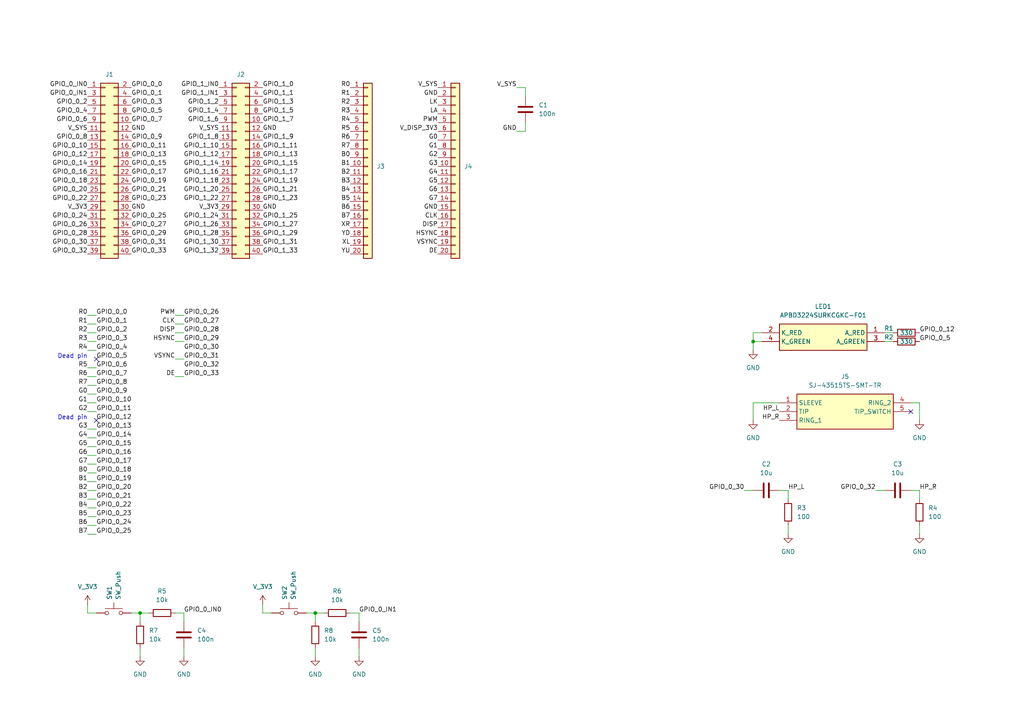
<source format=kicad_sch>
(kicad_sch (version 20231120) (generator "eeschema") (generator_version "8.0")
  (paper "A4")
  (title_block (title "FPGA display board") (date "2024-09-12"))
  (lib_symbols
    (symbol "APBD3224SURKCGKC-F01:APBD3224SURKCGKC-F01"
      (property "Reference" "LED" (at 31.75 7.62 0))
      (property "Value" "APBD3224SURKCGKC-F01" (at 31.75 5.08 0))
      (symbol "APBD3224SURKCGKC-F01_1_1"
        (rectangle (start 5.08 2.54) (end 30.48 -5.08) (stroke (width 0.254)) (fill (type background)))
        (pin passive line (at 35.56 0 180) (length 5.08) (name "A_RED") (number "1"))
        (pin passive line (at 0 0 0) (length 5.08) (name "K_RED") (number "2"))
        (pin passive line (at 35.56 -2.54 180) (length 5.08) (name "A_GREEN") (number "3"))
        (pin passive line (at 0 -2.54 0) (length 5.08) (name "K_GREEN") (number "4"))
      )
    )
    (symbol "Connector_Generic:Conn_01x20" (pin_names (offset 1.016) hide)
      (property "Reference" "J" (at 0 25.4 0))
      (property "Value" "Conn_01x20" (at 0 -27.94 0))
      (symbol "Conn_01x20_1_1"
        (rectangle (start -1.27 -25.273) (end 0 -25.527) (stroke (width 0.1524)))
        (rectangle (start -1.27 -22.733) (end 0 -22.987) (stroke (width 0.1524)))
        (rectangle (start -1.27 -20.193) (end 0 -20.447) (stroke (width 0.1524)))
        (rectangle (start -1.27 -17.653) (end 0 -17.907) (stroke (width 0.1524)))
        (rectangle (start -1.27 -15.113) (end 0 -15.367) (stroke (width 0.1524)))
        (rectangle (start -1.27 -12.573) (end 0 -12.827) (stroke (width 0.1524)))
        (rectangle (start -1.27 -10.033) (end 0 -10.287) (stroke (width 0.1524)))
        (rectangle (start -1.27 -7.493) (end 0 -7.747) (stroke (width 0.1524)))
        (rectangle (start -1.27 -4.953) (end 0 -5.207) (stroke (width 0.1524)))
        (rectangle (start -1.27 -2.413) (end 0 -2.667) (stroke (width 0.1524)))
        (rectangle (start -1.27 0.127) (end 0 -0.127) (stroke (width 0.1524)))
        (rectangle (start -1.27 2.667) (end 0 2.413) (stroke (width 0.1524)))
        (rectangle (start -1.27 5.207) (end 0 4.953) (stroke (width 0.1524)))
        (rectangle (start -1.27 7.747) (end 0 7.493) (stroke (width 0.1524)))
        (rectangle (start -1.27 10.287) (end 0 10.033) (stroke (width 0.1524)))
        (rectangle (start -1.27 12.827) (end 0 12.573) (stroke (width 0.1524)))
        (rectangle (start -1.27 15.367) (end 0 15.113) (stroke (width 0.1524)))
        (rectangle (start -1.27 17.907) (end 0 17.653) (stroke (width 0.1524)))
        (rectangle (start -1.27 20.447) (end 0 20.193) (stroke (width 0.1524)))
        (rectangle (start -1.27 22.987) (end 0 22.733) (stroke (width 0.1524)))
        (rectangle (start -1.27 24.13) (end 1.27 -26.67) (stroke (width 0.254)) (fill (type background)))
        (pin passive line (at -5.08 22.86 0) (length 3.81) (name "Pin_1") (number "1"))
        (pin passive line (at -5.08 0 0) (length 3.81) (name "Pin_10") (number "10"))
        (pin passive line (at -5.08 -2.54 0) (length 3.81) (name "Pin_11") (number "11"))
        (pin passive line (at -5.08 -5.08 0) (length 3.81) (name "Pin_12") (number "12"))
        (pin passive line (at -5.08 -7.62 0) (length 3.81) (name "Pin_13") (number "13"))
        (pin passive line (at -5.08 -10.16 0) (length 3.81) (name "Pin_14") (number "14"))
        (pin passive line (at -5.08 -12.7 0) (length 3.81) (name "Pin_15") (number "15"))
        (pin passive line (at -5.08 -15.24 0) (length 3.81) (name "Pin_16") (number "16"))
        (pin passive line (at -5.08 -17.78 0) (length 3.81) (name "Pin_17") (number "17"))
        (pin passive line (at -5.08 -20.32 0) (length 3.81) (name "Pin_18") (number "18"))
        (pin passive line (at -5.08 -22.86 0) (length 3.81) (name "Pin_19") (number "19"))
        (pin passive line (at -5.08 20.32 0) (length 3.81) (name "Pin_2") (number "2"))
        (pin passive line (at -5.08 -25.4 0) (length 3.81) (name "Pin_20") (number "20"))
        (pin passive line (at -5.08 17.78 0) (length 3.81) (name "Pin_3") (number "3"))
        (pin passive line (at -5.08 15.24 0) (length 3.81) (name "Pin_4") (number "4"))
        (pin passive line (at -5.08 12.7 0) (length 3.81) (name "Pin_5") (number "5"))
        (pin passive line (at -5.08 10.16 0) (length 3.81) (name "Pin_6") (number "6"))
        (pin passive line (at -5.08 7.62 0) (length 3.81) (name "Pin_7") (number "7"))
        (pin passive line (at -5.08 5.08 0) (length 3.81) (name "Pin_8") (number "8"))
        (pin passive line (at -5.08 2.54 0) (length 3.81) (name "Pin_9") (number "9"))
      )
    )
    (symbol "Connector_Generic:Conn_02x20_Odd_Even" (pin_names (offset 1.016) hide)
      (property "Reference" "J" (at 1.27 25.4 0))
      (property "Value" "Conn_02x20_Odd_Even" (at 1.27 -27.94 0))
      (symbol "Conn_02x20_Odd_Even_1_1"
        (rectangle (start -1.27 -25.273) (end 0 -25.527) (stroke (width 0.1524)))
        (rectangle (start -1.27 -22.733) (end 0 -22.987) (stroke (width 0.1524)))
        (rectangle (start -1.27 -20.193) (end 0 -20.447) (stroke (width 0.1524)))
        (rectangle (start -1.27 -17.653) (end 0 -17.907) (stroke (width 0.1524)))
        (rectangle (start -1.27 -15.113) (end 0 -15.367) (stroke (width 0.1524)))
        (rectangle (start -1.27 -12.573) (end 0 -12.827) (stroke (width 0.1524)))
        (rectangle (start -1.27 -10.033) (end 0 -10.287) (stroke (width 0.1524)))
        (rectangle (start -1.27 -7.493) (end 0 -7.747) (stroke (width 0.1524)))
        (rectangle (start -1.27 -4.953) (end 0 -5.207) (stroke (width 0.1524)))
        (rectangle (start -1.27 -2.413) (end 0 -2.667) (stroke (width 0.1524)))
        (rectangle (start -1.27 0.127) (end 0 -0.127) (stroke (width 0.1524)))
        (rectangle (start -1.27 2.667) (end 0 2.413) (stroke (width 0.1524)))
        (rectangle (start -1.27 5.207) (end 0 4.953) (stroke (width 0.1524)))
        (rectangle (start -1.27 7.747) (end 0 7.493) (stroke (width 0.1524)))
        (rectangle (start -1.27 10.287) (end 0 10.033) (stroke (width 0.1524)))
        (rectangle (start -1.27 12.827) (end 0 12.573) (stroke (width 0.1524)))
        (rectangle (start -1.27 15.367) (end 0 15.113) (stroke (width 0.1524)))
        (rectangle (start -1.27 17.907) (end 0 17.653) (stroke (width 0.1524)))
        (rectangle (start -1.27 20.447) (end 0 20.193) (stroke (width 0.1524)))
        (rectangle (start -1.27 22.987) (end 0 22.733) (stroke (width 0.1524)))
        (rectangle (start -1.27 24.13) (end 3.81 -26.67) (stroke (width 0.254)) (fill (type background)))
        (rectangle (start 3.81 -25.273) (end 2.54 -25.527) (stroke (width 0.1524)))
        (rectangle (start 3.81 -22.733) (end 2.54 -22.987) (stroke (width 0.1524)))
        (rectangle (start 3.81 -20.193) (end 2.54 -20.447) (stroke (width 0.1524)))
        (rectangle (start 3.81 -17.653) (end 2.54 -17.907) (stroke (width 0.1524)))
        (rectangle (start 3.81 -15.113) (end 2.54 -15.367) (stroke (width 0.1524)))
        (rectangle (start 3.81 -12.573) (end 2.54 -12.827) (stroke (width 0.1524)))
        (rectangle (start 3.81 -10.033) (end 2.54 -10.287) (stroke (width 0.1524)))
        (rectangle (start 3.81 -7.493) (end 2.54 -7.747) (stroke (width 0.1524)))
        (rectangle (start 3.81 -4.953) (end 2.54 -5.207) (stroke (width 0.1524)))
        (rectangle (start 3.81 -2.413) (end 2.54 -2.667) (stroke (width 0.1524)))
        (rectangle (start 3.81 0.127) (end 2.54 -0.127) (stroke (width 0.1524)))
        (rectangle (start 3.81 2.667) (end 2.54 2.413) (stroke (width 0.1524)))
        (rectangle (start 3.81 5.207) (end 2.54 4.953) (stroke (width 0.1524)))
        (rectangle (start 3.81 7.747) (end 2.54 7.493) (stroke (width 0.1524)))
        (rectangle (start 3.81 10.287) (end 2.54 10.033) (stroke (width 0.1524)))
        (rectangle (start 3.81 12.827) (end 2.54 12.573) (stroke (width 0.1524)))
        (rectangle (start 3.81 15.367) (end 2.54 15.113) (stroke (width 0.1524)))
        (rectangle (start 3.81 17.907) (end 2.54 17.653) (stroke (width 0.1524)))
        (rectangle (start 3.81 20.447) (end 2.54 20.193) (stroke (width 0.1524)))
        (rectangle (start 3.81 22.987) (end 2.54 22.733) (stroke (width 0.1524)))
        (pin passive line (at -5.08 22.86 0) (length 3.81) (name "Pin_1") (number "1"))
        (pin passive line (at 7.62 12.7 180) (length 3.81) (name "Pin_10") (number "10"))
        (pin passive line (at -5.08 10.16 0) (length 3.81) (name "Pin_11") (number "11"))
        (pin passive line (at 7.62 10.16 180) (length 3.81) (name "Pin_12") (number "12"))
        (pin passive line (at -5.08 7.62 0) (length 3.81) (name "Pin_13") (number "13"))
        (pin passive line (at 7.62 7.62 180) (length 3.81) (name "Pin_14") (number "14"))
        (pin passive line (at -5.08 5.08 0) (length 3.81) (name "Pin_15") (number "15"))
        (pin passive line (at 7.62 5.08 180) (length 3.81) (name "Pin_16") (number "16"))
        (pin passive line (at -5.08 2.54 0) (length 3.81) (name "Pin_17") (number "17"))
        (pin passive line (at 7.62 2.54 180) (length 3.81) (name "Pin_18") (number "18"))
        (pin passive line (at -5.08 0 0) (length 3.81) (name "Pin_19") (number "19"))
        (pin passive line (at 7.62 22.86 180) (length 3.81) (name "Pin_2") (number "2"))
        (pin passive line (at 7.62 0 180) (length 3.81) (name "Pin_20") (number "20"))
        (pin passive line (at -5.08 -2.54 0) (length 3.81) (name "Pin_21") (number "21"))
        (pin passive line (at 7.62 -2.54 180) (length 3.81) (name "Pin_22") (number "22"))
        (pin passive line (at -5.08 -5.08 0) (length 3.81) (name "Pin_23") (number "23"))
        (pin passive line (at 7.62 -5.08 180) (length 3.81) (name "Pin_24") (number "24"))
        (pin passive line (at -5.08 -7.62 0) (length 3.81) (name "Pin_25") (number "25"))
        (pin passive line (at 7.62 -7.62 180) (length 3.81) (name "Pin_26") (number "26"))
        (pin passive line (at -5.08 -10.16 0) (length 3.81) (name "Pin_27") (number "27"))
        (pin passive line (at 7.62 -10.16 180) (length 3.81) (name "Pin_28") (number "28"))
        (pin passive line (at -5.08 -12.7 0) (length 3.81) (name "Pin_29") (number "29"))
        (pin passive line (at -5.08 20.32 0) (length 3.81) (name "Pin_3") (number "3"))
        (pin passive line (at 7.62 -12.7 180) (length 3.81) (name "Pin_30") (number "30"))
        (pin passive line (at -5.08 -15.24 0) (length 3.81) (name "Pin_31") (number "31"))
        (pin passive line (at 7.62 -15.24 180) (length 3.81) (name "Pin_32") (number "32"))
        (pin passive line (at -5.08 -17.78 0) (length 3.81) (name "Pin_33") (number "33"))
        (pin passive line (at 7.62 -17.78 180) (length 3.81) (name "Pin_34") (number "34"))
        (pin passive line (at -5.08 -20.32 0) (length 3.81) (name "Pin_35") (number "35"))
        (pin passive line (at 7.62 -20.32 180) (length 3.81) (name "Pin_36") (number "36"))
        (pin passive line (at -5.08 -22.86 0) (length 3.81) (name "Pin_37") (number "37"))
        (pin passive line (at 7.62 -22.86 180) (length 3.81) (name "Pin_38") (number "38"))
        (pin passive line (at -5.08 -25.4 0) (length 3.81) (name "Pin_39") (number "39"))
        (pin passive line (at 7.62 20.32 180) (length 3.81) (name "Pin_4") (number "4"))
        (pin passive line (at 7.62 -25.4 180) (length 3.81) (name "Pin_40") (number "40"))
        (pin passive line (at -5.08 17.78 0) (length 3.81) (name "Pin_5") (number "5"))
        (pin passive line (at 7.62 17.78 180) (length 3.81) (name "Pin_6") (number "6"))
        (pin passive line (at -5.08 15.24 0) (length 3.81) (name "Pin_7") (number "7"))
        (pin passive line (at 7.62 15.24 180) (length 3.81) (name "Pin_8") (number "8"))
        (pin passive line (at -5.08 12.7 0) (length 3.81) (name "Pin_9") (number "9"))
      )
    )
    (symbol "Device:C" (pin_numbers hide) (pin_names (offset 0.254))
      (property "Reference" "C" (at 0.635 2.54 0))
      (property "Value" "C" (at 0.635 -2.54 0))
      (symbol "C_0_1"
        (polyline (pts (xy -2.032 -0.762) (xy 2.032 -0.762)) (stroke (width 0.508)))
        (polyline (pts (xy -2.032 0.762) (xy 2.032 0.762)) (stroke (width 0.508)))
      )
      (symbol "C_1_1"
        (pin passive line (at 0 3.81 270) (length 2.794) (name "~") (number "1"))
        (pin passive line (at 0 -3.81 90) (length 2.794) (name "~") (number "2"))
      )
    )
    (symbol "Device:R" (pin_numbers hide) (pin_names (offset 0))
      (property "Reference" "R" (at 2.032 0 90))
      (property "Value" "R" (at 0 0 90))
      (symbol "R_0_1"
        (rectangle (start -1.016 -2.54) (end 1.016 2.54) (stroke (width 0.254)))
      )
      (symbol "R_1_1"
        (pin passive line (at 0 3.81 270) (length 1.27) (name "~") (number "1"))
        (pin passive line (at 0 -3.81 90) (length 1.27) (name "~") (number "2"))
      )
    )
    (symbol "SJ-43515TS-SMT-TR:SJ-43515TS-SMT-TR"
      (property "Reference" "J" (at 34.29 7.62 0))
      (property "Value" "SJ-43515TS-SMT-TR" (at 34.29 5.08 0))
      (symbol "SJ-43515TS-SMT-TR_1_1"
        (rectangle (start 5.08 2.54) (end 33.02 -7.62) (stroke (width 0.254)) (fill (type background)))
        (pin passive line (at 0 0 0) (length 5.08) (name "SLEEVE") (number "1"))
        (pin passive line (at 0 -2.54 0) (length 5.08) (name "TIP") (number "2"))
        (pin passive line (at 0 -5.08 0) (length 5.08) (name "RING_1") (number "3"))
        (pin passive line (at 38.1 0 180) (length 5.08) (name "RING_2") (number "4"))
        (pin passive line (at 38.1 -2.54 180) (length 5.08) (name "TIP_SWITCH") (number "5"))
      )
    )
    (symbol "Switch:SW_Push" (pin_numbers hide) (pin_names (offset 1.016) hide)
      (property "Reference" "SW" (at 1.27 2.54 0))
      (property "Value" "SW_Push" (at 0 -1.524 0))
      (symbol "SW_Push_0_1"
        (circle (center -2.032 0) (radius 0.508))
        (polyline (pts (xy 0 1.27) (xy 0 3.048)))
        (polyline (pts (xy 2.54 1.27) (xy -2.54 1.27)))
        (circle (center 2.032 0) (radius 0.508))
        (pin passive line (at -5.08 0 0) (length 2.54) (name "1") (number "1"))
        (pin passive line (at 5.08 0 180) (length 2.54) (name "2") (number "2"))
      )
    )
    (symbol "power:+3V3" (power) (pin_numbers hide) (pin_names (offset 0) hide)
      (property "Value" "+3V3" (at 0 3.556 0))
      (symbol "+3V3_0_1"
        (polyline (pts (xy -0.762 1.27) (xy 0 2.54)))
        (polyline (pts (xy 0 0) (xy 0 2.54)))
        (polyline (pts (xy 0 2.54) (xy 0.762 1.27)))
      )
      (symbol "+3V3_1_1"
        (pin power_in line (at 0 0 90) (length 0) (name "~") (number "1"))
      )
    )
    (symbol "power:GND" (power) (pin_numbers hide) (pin_names (offset 0) hide)
      (property "Value" "GND" (at 0 -3.81 0))
      (symbol "GND_0_1"
        (polyline (pts (xy 0 0) (xy 0 -1.27) (xy 1.27 -1.27) (xy 0 -2.54) (xy -1.27 -1.27) (xy 0 -1.27)))
      )
      (symbol "GND_1_1"
        (pin power_in line (at 0 0 270) (length 0) (name "~") (number "1"))
      )
    )
  )
  (junction (at 218.44 99.06))
  (junction (at 40.64 177.8))
  (junction (at 91.44 177.8))
  (no_connect (at 27.94 104.14))
  (no_connect (at 264.16 119.38))
  (no_connect (at 27.94 121.92))
  (wire (pts (xy 152.4 35.56) (xy 152.4 38.1)))
  (wire (pts (xy 53.34 96.52) (xy 50.8 96.52)))
  (wire (pts (xy 27.94 106.68) (xy 25.4 106.68)))
  (wire (pts (xy 53.34 104.14) (xy 50.8 104.14)))
  (wire (pts (xy 27.94 91.44) (xy 25.4 91.44)))
  (wire (pts (xy 91.44 177.8) (xy 93.98 177.8)))
  (wire (pts (xy 27.94 101.6) (xy 25.4 101.6)))
  (wire (pts (xy 27.94 142.24) (xy 25.4 142.24)))
  (wire (pts (xy 27.94 119.38) (xy 25.4 119.38)))
  (wire (pts (xy 27.94 132.08) (xy 25.4 132.08)))
  (wire (pts (xy 88.9 177.8) (xy 91.44 177.8)))
  (wire (pts (xy 254 142.24) (xy 256.54 142.24)))
  (wire (pts (xy 27.94 109.22) (xy 25.4 109.22)))
  (wire (pts (xy 218.44 121.92) (xy 218.44 116.84)))
  (wire (pts (xy 152.4 38.1) (xy 149.86 38.1)))
  (wire (pts (xy 27.94 177.8) (xy 25.4 177.8)))
  (wire (pts (xy 266.7 116.84) (xy 266.7 121.92)))
  (wire (pts (xy 27.94 93.98) (xy 25.4 93.98)))
  (wire (pts (xy 264.16 116.84) (xy 266.7 116.84)))
  (wire (pts (xy 91.44 180.34) (xy 91.44 177.8)))
  (wire (pts (xy 264.16 142.24) (xy 266.7 142.24)))
  (wire (pts (xy 27.94 124.46) (xy 25.4 124.46)))
  (wire (pts (xy 27.94 129.54) (xy 25.4 129.54)))
  (wire (pts (xy 218.44 96.52) (xy 220.98 96.52)))
  (wire (pts (xy 27.94 137.16) (xy 25.4 137.16)))
  (wire (pts (xy 53.34 187.96) (xy 53.34 190.5)))
  (wire (pts (xy 266.7 142.24) (xy 266.7 144.78)))
  (wire (pts (xy 53.34 177.8) (xy 53.34 180.34)))
  (wire (pts (xy 27.94 111.76) (xy 25.4 111.76)))
  (wire (pts (xy 228.6 154.94) (xy 228.6 152.4)))
  (wire (pts (xy 27.94 114.3) (xy 25.4 114.3)))
  (wire (pts (xy 218.44 116.84) (xy 226.06 116.84)))
  (wire (pts (xy 27.94 139.7) (xy 25.4 139.7)))
  (wire (pts (xy 25.4 177.8) (xy 25.4 175.26)))
  (wire (pts (xy 226.06 142.24) (xy 228.6 142.24)))
  (wire (pts (xy 218.44 99.06) (xy 220.98 99.06)))
  (wire (pts (xy 53.34 93.98) (xy 50.8 93.98)))
  (wire (pts (xy 218.44 99.06) (xy 218.44 96.52)))
  (wire (pts (xy 218.44 101.6) (xy 218.44 99.06)))
  (wire (pts (xy 38.1 177.8) (xy 40.64 177.8)))
  (wire (pts (xy 101.6 177.8) (xy 104.14 177.8)))
  (wire (pts (xy 27.94 127) (xy 25.4 127)))
  (wire (pts (xy 27.94 147.32) (xy 25.4 147.32)))
  (wire (pts (xy 40.64 177.8) (xy 43.18 177.8)))
  (wire (pts (xy 104.14 177.8) (xy 104.14 180.34)))
  (wire (pts (xy 91.44 187.96) (xy 91.44 190.5)))
  (wire (pts (xy 27.94 154.94) (xy 25.4 154.94)))
  (wire (pts (xy 27.94 134.62) (xy 25.4 134.62)))
  (wire (pts (xy 256.54 96.52) (xy 259.08 96.52)))
  (wire (pts (xy 104.14 187.96) (xy 104.14 190.5)))
  (wire (pts (xy 40.64 180.34) (xy 40.64 177.8)))
  (wire (pts (xy 40.64 187.96) (xy 40.64 190.5)))
  (wire (pts (xy 27.94 144.78) (xy 25.4 144.78)))
  (wire (pts (xy 27.94 99.06) (xy 25.4 99.06)))
  (wire (pts (xy 53.34 109.22) (xy 50.8 109.22)))
  (wire (pts (xy 215.9 142.24) (xy 218.44 142.24)))
  (wire (pts (xy 78.74 177.8) (xy 76.2 177.8)))
  (wire (pts (xy 50.8 177.8) (xy 53.34 177.8)))
  (wire (pts (xy 27.94 116.84) (xy 25.4 116.84)))
  (wire (pts (xy 27.94 152.4) (xy 25.4 152.4)))
  (wire (pts (xy 228.6 142.24) (xy 228.6 144.78)))
  (wire (pts (xy 152.4 25.4) (xy 152.4 27.94)))
  (wire (pts (xy 76.2 177.8) (xy 76.2 175.26)))
  (wire (pts (xy 27.94 149.86) (xy 25.4 149.86)))
  (wire (pts (xy 266.7 154.94) (xy 266.7 152.4)))
  (wire (pts (xy 256.54 99.06) (xy 259.08 99.06)))
  (wire (pts (xy 27.94 96.52) (xy 25.4 96.52)))
  (wire (pts (xy 149.86 25.4) (xy 152.4 25.4)))
  (wire (pts (xy 53.34 91.44) (xy 50.8 91.44)))
  (wire (pts (xy 53.34 99.06) (xy 50.8 99.06)))
  (text "Dead pin" (at 25.4 104.14 0) (effects (font (size 1.27 1.27)) (justify right bottom)))
  (text "Dead pin" (at 25.4 121.92 0) (effects (font (size 1.27 1.27)) (justify right bottom)))
  (label "GPIO_1_12" (at 63.5 45.72 180))
  (label "GPIO_0_12" (at 266.7 96.52 0))
  (label "GND" (at 38.1 38.1 0))
  (label "DE" (at 127 73.66 180))
  (label "XL" (at 101.6 71.12 180))
  (label "XR" (at 101.6 66.04 180))
  (label "GPIO_0_26" (at 53.34 91.44 0))
  (label "GPIO_1_17" (at 76.2 50.8 0))
  (label "GPIO_0_25" (at 38.1 63.5 0))
  (label "GPIO_0_10" (at 25.4 43.18 180))
  (label "GND" (at 76.2 38.1 0))
  (label "V_3V3" (at 63.5 60.96 180))
  (label "DISP" (at 50.8 96.52 180))
  (label "GPIO_1_32" (at 63.5 73.66 180))
  (label "VSYNC" (at 50.8 104.14 180))
  (label "R6" (at 101.6 40.64 180))
  (label "DISP" (at 127 66.04 180))
  (label "GPIO_1_10" (at 63.5 43.18 180))
  (label "B1" (at 101.6 48.26 180))
  (label "GPIO_1_11" (at 76.2 43.18 0))
  (label "GPIO_1_26" (at 63.5 66.04 180))
  (label "R7" (at 25.4 111.76 180))
  (label "GPIO_1_22" (at 63.5 58.42 180))
  (label "R6" (at 25.4 109.22 180))
  (label "GPIO_0_6" (at 25.4 35.56 180))
  (label "GPIO_0_15" (at 27.94 129.54 0))
  (label "G3" (at 127 48.26 180))
  (label "G4" (at 25.4 127 180))
  (label "B6" (at 25.4 152.4 180))
  (label "GPIO_0_7" (at 27.94 109.22 0))
  (label "B5" (at 101.6 58.42 180))
  (label "GPIO_0_3" (at 38.1 30.48 0))
  (label "GPIO_0_13" (at 38.1 45.72 0))
  (label "G6" (at 25.4 132.08 180))
  (label "GPIO_1_8" (at 63.5 40.64 180))
  (label "YU" (at 101.6 73.66 180))
  (label "G1" (at 25.4 116.84 180))
  (label "G0" (at 25.4 114.3 180))
  (label "GPIO_1_0" (at 76.2 25.4 0))
  (label "GPIO_0_30" (at 25.4 71.12 180))
  (label "DE" (at 50.8 109.22 180))
  (label "GPIO_0_15" (at 38.1 48.26 0))
  (label "GPIO_1_19" (at 76.2 53.34 0))
  (label "GPIO_0_14" (at 25.4 48.26 180))
  (label "B6" (at 101.6 60.96 180))
  (label "GPIO_0_29" (at 53.34 99.06 0))
  (label "G1" (at 127 43.18 180))
  (label "GPIO_0_11" (at 38.1 43.18 0))
  (label "G5" (at 25.4 129.54 180))
  (label "GPIO_0_28" (at 53.34 96.52 0))
  (label "R3" (at 25.4 99.06 180))
  (label "GPIO_0_12" (at 27.94 121.92 0))
  (label "GPIO_0_13" (at 27.94 124.46 0))
  (label "LK" (at 127 30.48 180))
  (label "GPIO_0_2" (at 27.94 96.52 0))
  (label "B7" (at 101.6 63.5 180))
  (label "GPIO_0_29" (at 38.1 68.58 0))
  (label "GPIO_1_20" (at 63.5 55.88 180))
  (label "GPIO_1_21" (at 76.2 55.88 0))
  (label "GPIO_1_30" (at 63.5 71.12 180))
  (label "B3" (at 25.4 144.78 180))
  (label "HP_L" (at 228.6 142.24 0))
  (label "GPIO_0_11" (at 27.94 119.38 0))
  (label "B2" (at 101.6 50.8 180))
  (label "GPIO_1_1" (at 76.2 27.94 0))
  (label "GPIO_0_3" (at 27.94 99.06 0))
  (label "GPIO_0_IN0" (at 25.4 25.4 180))
  (label "GPIO_0_IN0" (at 53.34 177.8 0))
  (label "GPIO_1_28" (at 63.5 68.58 180))
  (label "GPIO_0_28" (at 25.4 68.58 180))
  (label "GPIO_0_9" (at 38.1 40.64 0))
  (label "R5" (at 25.4 106.68 180))
  (label "GND" (at 127 27.94 180))
  (label "GPIO_1_29" (at 76.2 68.58 0))
  (label "GND" (at 76.2 60.96 0))
  (label "V_SYS" (at 127 25.4 180))
  (label "GPIO_0_6" (at 27.94 106.68 0))
  (label "GPIO_0_21" (at 27.94 144.78 0))
  (label "GPIO_1_33" (at 76.2 73.66 0))
  (label "GPIO_0_18" (at 25.4 53.34 180))
  (label "GPIO_0_IN1" (at 104.14 177.8 0))
  (label "GPIO_0_10" (at 27.94 116.84 0))
  (label "G0" (at 127 40.64 180))
  (label "GPIO_0_31" (at 38.1 71.12 0))
  (label "GPIO_0_IN1" (at 25.4 27.94 180))
  (label "GPIO_0_26" (at 25.4 66.04 180))
  (label "GPIO_1_6" (at 63.5 35.56 180))
  (label "GPIO_0_32" (at 254 142.24 180))
  (label "B5" (at 25.4 149.86 180))
  (label "GPIO_0_7" (at 38.1 35.56 0))
  (label "R2" (at 101.6 30.48 180))
  (label "GPIO_0_1" (at 27.94 93.98 0))
  (label "V_DISP_3V3" (at 127 38.1 180))
  (label "GPIO_1_23" (at 76.2 58.42 0))
  (label "GPIO_1_31" (at 76.2 71.12 0))
  (label "B0" (at 25.4 137.16 180))
  (label "GPIO_0_22" (at 27.94 147.32 0))
  (label "GPIO_0_23" (at 27.94 149.86 0))
  (label "GPIO_0_5" (at 27.94 104.14 0))
  (label "R4" (at 25.4 101.6 180))
  (label "GPIO_0_14" (at 27.94 127 0))
  (label "R3" (at 101.6 33.02 180))
  (label "PWM" (at 50.8 91.44 180))
  (label "G2" (at 127 45.72 180))
  (label "GPIO_0_32" (at 25.4 73.66 180))
  (label "R0" (at 25.4 91.44 180))
  (label "R4" (at 101.6 35.56 180))
  (label "GPIO_0_17" (at 27.94 134.62 0))
  (label "GPIO_1_15" (at 76.2 48.26 0))
  (label "G5" (at 127 53.34 180))
  (label "GPIO_0_12" (at 25.4 45.72 180))
  (label "GPIO_0_19" (at 38.1 53.34 0))
  (label "GPIO_0_8" (at 25.4 40.64 180))
  (label "PWM" (at 127 35.56 180))
  (label "HP_L" (at 226.06 119.38 180))
  (label "G2" (at 25.4 119.38 180))
  (label "GPIO_1_13" (at 76.2 45.72 0))
  (label "GPIO_0_1" (at 38.1 27.94 0))
  (label "VSYNC" (at 127 71.12 180))
  (label "GPIO_0_20" (at 27.94 142.24 0))
  (label "GPIO_0_23" (at 38.1 58.42 0))
  (label "V_SYS" (at 25.4 38.1 180))
  (label "GND" (at 149.86 38.1 180))
  (label "GND" (at 127 60.96 180))
  (label "GPIO_0_20" (at 25.4 55.88 180))
  (label "GPIO_0_18" (at 27.94 137.16 0))
  (label "GPIO_0_21" (at 38.1 55.88 0))
  (label "G6" (at 127 55.88 180))
  (label "GPIO_0_30" (at 215.9 142.24 180))
  (label "GPIO_1_16" (at 63.5 50.8 180))
  (label "R5" (at 101.6 38.1 180))
  (label "CLK" (at 50.8 93.98 180))
  (label "GPIO_1_4" (at 63.5 33.02 180))
  (label "G4" (at 127 50.8 180))
  (label "GPIO_1_18" (at 63.5 53.34 180))
  (label "B4" (at 101.6 55.88 180))
  (label "GPIO_0_0" (at 38.1 25.4 0))
  (label "GPIO_1_5" (at 76.2 33.02 0))
  (label "R7" (at 101.6 43.18 180))
  (label "GPIO_0_31" (at 53.34 104.14 0))
  (label "GPIO_0_32" (at 53.34 106.68 0))
  (label "V_SYS" (at 149.86 25.4 180))
  (label "GPIO_0_27" (at 53.34 93.98 0))
  (label "GPIO_0_33" (at 38.1 73.66 0))
  (label "V_SYS" (at 63.5 38.1 180))
  (label "GPIO_0_25" (at 27.94 154.94 0))
  (label "GPIO_0_5" (at 38.1 33.02 0))
  (label "GPIO_1_2" (at 63.5 30.48 180))
  (label "GPIO_0_4" (at 27.94 101.6 0))
  (label "GPIO_1_25" (at 76.2 63.5 0))
  (label "B3" (at 101.6 53.34 180))
  (label "GPIO_0_0" (at 27.94 91.44 0))
  (label "V_3V3" (at 25.4 60.96 180))
  (label "HSYNC" (at 50.8 99.06 180))
  (label "GPIO_0_5" (at 266.7 99.06 0))
  (label "G7" (at 127 58.42 180))
  (label "GPIO_0_24" (at 27.94 152.4 0))
  (label "B1" (at 25.4 139.7 180))
  (label "GPIO_1_14" (at 63.5 48.26 180))
  (label "GND" (at 38.1 60.96 0))
  (label "YD" (at 101.6 68.58 180))
  (label "GPIO_0_8" (at 27.94 111.76 0))
  (label "LA" (at 127 33.02 180))
  (label "GPIO_1_24" (at 63.5 63.5 180))
  (label "CLK" (at 127 63.5 180))
  (label "G3" (at 25.4 124.46 180))
  (label "GPIO_0_9" (at 27.94 114.3 0))
  (label "B2" (at 25.4 142.24 180))
  (label "B0" (at 101.6 45.72 180))
  (label "GPIO_0_24" (at 25.4 63.5 180))
  (label "GPIO_0_33" (at 53.34 109.22 0))
  (label "GPIO_0_27" (at 38.1 66.04 0))
  (label "GPIO_0_16" (at 27.94 132.08 0))
  (label "B7" (at 25.4 154.94 180))
  (label "GPIO_0_17" (at 38.1 50.8 0))
  (label "HSYNC" (at 127 68.58 180))
  (label "GPIO_0_16" (at 25.4 50.8 180))
  (label "R1" (at 25.4 93.98 180))
  (label "GPIO_1_IN1" (at 63.5 27.94 180))
  (label "GPIO_1_IN0" (at 63.5 25.4 180))
  (label "GPIO_1_7" (at 76.2 35.56 0))
  (label "GPIO_1_9" (at 76.2 40.64 0))
  (label "HP_R" (at 266.7 142.24 0))
  (label "B4" (at 25.4 147.32 180))
  (label "GPIO_1_27" (at 76.2 66.04 0))
  (label "GPIO_0_30" (at 53.34 101.6 0))
  (label "G7" (at 25.4 134.62 180))
  (label "R1" (at 101.6 27.94 180))
  (label "R0" (at 101.6 25.4 180))
  (label "GPIO_0_22" (at 25.4 58.42 180))
  (label "R2" (at 25.4 96.52 180))
  (label "HP_R" (at 226.06 121.92 180))
  (label "GPIO_1_3" (at 76.2 30.48 0))
  (label "GPIO_0_2" (at 25.4 30.48 180))
  (label "GPIO_0_4" (at 25.4 33.02 180))
  (label "GPIO_0_19" (at 27.94 139.7 0))
  (symbol (lib_id "Device:C") (at 152.4 31.75 0) (unit 1)
    (property "Reference" "C1" (at 156.21 30.4799 0) (effects (justify left)))
    (property "Value" "100n" (at 156.21 33.0199 0) (effects (justify left)))
    (property "Footprint" "Capacitor_SMD:C_0603_1608Metric" (effects (hide yes)))
    (property "Description" "Unpolarized capacitor" (effects (hide yes)))
  )
  (symbol (lib_id "Switch:SW_Push") (at 83.82 177.8 0) (unit 1)
    (property "Reference" "SW2" (at 82.55 173.99 90) (effects (justify left)))
    (property "Value" "SW_Push" (at 85.09 173.99 90) (effects (justify left)))
    (property "Footprint" "Button_Switch_SMD:SW_Push_1P1T_NO_6x6mm_H9.5mm" (effects (hide yes)))
    (property "Description" "Push button switch, generic, two pins" (effects (hide yes)))
  )
  (symbol (lib_id "power:GND") (at 40.64 190.5 0) (unit 1)
    (property "Reference" "#PWR08" (effects (hide yes)))
    (property "Value" "GND" (at 40.64 195.58 0))
    (property "Description" "Power symbol creates a global label with name \"GND\" , ground" (effects (hide yes)))
  )
  (symbol (lib_id "Device:R") (at 97.79 177.8 90) (unit 1)
    (property "Reference" "R6" (at 97.79 171.45 90))
    (property "Value" "10k" (at 97.79 173.99 90))
    (property "Footprint" "Resistor_SMD:R_0805_2012Metric" (effects (hide yes)))
    (property "Description" "Resistor" (effects (hide yes)))
  )
  (symbol (lib_id "Device:C") (at 222.25 142.24 90) (unit 1)
    (property "Reference" "C2" (at 222.25 134.62 90))
    (property "Value" "10u" (at 222.25 137.16 90))
    (property "Footprint" "Capacitor_SMD:C_0805_2012Metric" (effects (hide yes)))
    (property "Description" "Unpolarized capacitor" (effects (hide yes)))
  )
  (symbol (lib_id "Device:R") (at 266.7 148.59 0) (unit 1)
    (property "Reference" "R4" (at 269.24 147.3199 0) (effects (justify left)))
    (property "Value" "100" (at 269.24 149.8599 0) (effects (justify left)))
    (property "Footprint" "Resistor_SMD:R_0805_2012Metric" (effects (hide yes)))
    (property "Description" "Resistor" (effects (hide yes)))
  )
  (symbol (lib_id "power:+3V3") (at 25.4 175.26 0) (unit 1)
    (property "Reference" "#PWR06" (effects (hide yes)))
    (property "Value" "V_3V3" (at 25.4 170.18 0))
    (property "Description" "Power symbol creates a global label with name \"+3V3\"" (effects (hide yes)))
  )
  (symbol (lib_id "Device:C") (at 53.34 184.15 0) (unit 1)
    (property "Reference" "C4" (at 57.15 182.8799 0) (effects (justify left)))
    (property "Value" "100n" (at 57.15 185.4199 0) (effects (justify left)))
    (property "Footprint" "Capacitor_SMD:C_0603_1608Metric" (effects (hide yes)))
    (property "Description" "Unpolarized capacitor" (effects (hide yes)))
  )
  (symbol (lib_id "Connector_Generic:Conn_01x20") (at 106.68 48.26 0) (unit 1)
    (property "Reference" "J3" (at 109.22 48.2599 0) (effects (justify left)))
    (property "Value" "Conn_01x20" (effects (hide yes)))
    (property "Footprint" "Connector_PinHeader_2.54mm:PinHeader_1x20_P2.54mm_Vertical" (effects (hide yes)))
    (property "Description" "Generic connector, single row, 01x20, script generated (kicad-library-utils/schlib/autogen/connector/)" (effects (hide yes)))
  )
  (symbol (lib_id "power:GND") (at 266.7 154.94 0) (unit 1)
    (property "Reference" "#PWR05" (effects (hide yes)))
    (property "Value" "GND" (at 266.7 160.02 0))
    (property "Description" "Power symbol creates a global label with name \"GND\" , ground" (effects (hide yes)))
  )
  (symbol (lib_id "power:GND") (at 104.14 190.5 0) (unit 1)
    (property "Reference" "#PWR011" (effects (hide yes)))
    (property "Value" "GND" (at 104.14 195.58 0))
    (property "Description" "Power symbol creates a global label with name \"GND\" , ground" (effects (hide yes)))
  )
  (symbol (lib_id "Device:C") (at 104.14 184.15 0) (unit 1)
    (property "Reference" "C5" (at 107.95 182.8799 0) (effects (justify left)))
    (property "Value" "100n" (at 107.95 185.4199 0) (effects (justify left)))
    (property "Footprint" "Capacitor_SMD:C_0603_1608Metric" (effects (hide yes)))
    (property "Description" "Unpolarized capacitor" (effects (hide yes)))
  )
  (symbol (lib_id "power:GND") (at 53.34 190.5 0) (unit 1)
    (property "Reference" "#PWR09" (effects (hide yes)))
    (property "Value" "GND" (at 53.34 195.58 0))
    (property "Description" "Power symbol creates a global label with name \"GND\" , ground" (effects (hide yes)))
  )
  (symbol (lib_id "Connector_Generic:Conn_02x20_Odd_Even") (at 30.48 48.26 0) (unit 1)
    (property "Reference" "J1" (at 31.75 21.59 0))
    (property "Value" "Conn_02x20_Odd_Even" (effects (hide yes)))
    (property "Footprint" "Connector_PinSocket_2.54mm:PinSocket_2x20_P2.54mm_Vertical" (effects (hide yes)))
    (property "Description" "Generic connector, double row, 02x20, odd/even pin numbering scheme (row 1 odd numbers, row 2 even numbers), script generated (kicad-library-utils/schlib/autogen/connector/)" (effects (hide yes)))
  )
  (symbol (lib_id "Device:R") (at 228.6 148.59 0) (unit 1)
    (property "Reference" "R3" (at 231.14 147.3199 0) (effects (justify left)))
    (property "Value" "100" (at 231.14 149.8599 0) (effects (justify left)))
    (property "Footprint" "Resistor_SMD:R_0805_2012Metric" (effects (hide yes)))
    (property "Description" "Resistor" (effects (hide yes)))
  )
  (symbol (lib_id "Connector_Generic:Conn_02x20_Odd_Even") (at 68.58 48.26 0) (unit 1) (on_board no)
    (property "Reference" "J2" (at 69.85 21.59 0))
    (property "Value" "Conn_02x20_Odd_Even" (effects (hide yes)))
    (property "Footprint" "Connector_PinSocket_2.54mm:PinSocket_2x20_P2.54mm_Vertical" (effects (hide yes)))
    (property "Description" "Generic connector, double row, 02x20, odd/even pin numbering scheme (row 1 odd numbers, row 2 even numbers), script generated (kicad-library-utils/schlib/autogen/connector/)" (effects (hide yes)))
  )
  (symbol (lib_id "Device:R") (at 262.89 99.06 90) (unit 1)
    (property "Reference" "R2" (at 257.81 97.79 90))
    (property "Value" "330" (at 262.89 99.06 90))
    (property "Footprint" "Resistor_SMD:R_0805_2012Metric" (effects (hide yes)))
    (property "Description" "Resistor" (effects (hide yes)))
  )
  (symbol (lib_id "Device:C") (at 260.35 142.24 90) (unit 1)
    (property "Reference" "C3" (at 260.35 134.62 90))
    (property "Value" "10u" (at 260.35 137.16 90))
    (property "Footprint" "Capacitor_SMD:C_0805_2012Metric" (effects (hide yes)))
    (property "Description" "Unpolarized capacitor" (effects (hide yes)))
  )
  (symbol (lib_id "power:GND") (at 228.6 154.94 0) (unit 1)
    (property "Reference" "#PWR04" (effects (hide yes)))
    (property "Value" "GND" (at 228.6 160.02 0))
    (property "Description" "Power symbol creates a global label with name \"GND\" , ground" (effects (hide yes)))
  )
  (symbol (lib_id "SJ-43515TS-SMT-TR:SJ-43515TS-SMT-TR") (at 226.06 116.84 0) (unit 1)
    (property "Reference" "J5" (at 245.11 109.22 0))
    (property "Value" "SJ-43515TS-SMT-TR" (at 245.11 111.76 0))
    (property "Footprint" "Library:SJ43515TSSMTTR" (effects (hide yes)))
    (property "Datasheet" "https://www.cuidevices.com/product/resource/sj-4351x-smt.pdf" (effects (hide yes)))
    (property "Description" "3.50mm (0.141\", 1/8\", Mini Plug) - Headphone Phone Jack Stereo (4 Conductor, TRRS) Connector Solder" (effects (hide yes)))
    (property "Height" "5.3" (effects (hide yes)))
    (property "Mouser Part Number" "490-SJ43515TS-SMT-TR" (effects (hide yes)))
    (property "Mouser Price/Stock" "https://www.mouser.co.uk/ProductDetail/CUI-Devices/SJ-43515TS-SMT-TR?qs=WyjlAZoYn50eO9pw4mW8cQ%3D%3D" (effects (hide yes)))
    (property "Manufacturer_Name" "Same Sky Devices" (effects (hide yes)))
    (property "Manufacturer_Part_Number" "SJ-43515TS-SMT-TR" (effects (hide yes)))
  )
  (symbol (lib_id "power:GND") (at 91.44 190.5 0) (unit 1)
    (property "Reference" "#PWR010" (effects (hide yes)))
    (property "Value" "GND" (at 91.44 195.58 0))
    (property "Description" "Power symbol creates a global label with name \"GND\" , ground" (effects (hide yes)))
  )
  (symbol (lib_id "Connector_Generic:Conn_01x20") (at 132.08 48.26 0) (unit 1)
    (property "Reference" "J4" (at 134.62 48.2599 0) (effects (justify left)))
    (property "Value" "Conn_01x20" (effects (hide yes)))
    (property "Footprint" "Connector_PinHeader_2.54mm:PinHeader_1x20_P2.54mm_Vertical" (effects (hide yes)))
    (property "Description" "Generic connector, single row, 01x20, script generated (kicad-library-utils/schlib/autogen/connector/)" (effects (hide yes)))
  )
  (symbol (lib_id "APBD3224SURKCGKC-F01:APBD3224SURKCGKC-F01") (at 220.98 96.52 0) (unit 1)
    (property "Reference" "LED1" (at 238.76 88.9 0))
    (property "Value" "APBD3224SURKCGKC-F01" (at 238.76 91.44 0))
    (property "Footprint" "Library:APBD3224SURKCGKCF01" (effects (hide yes)))
    (property "Datasheet" "https://www.kingbrightusa.com/images/catalog/SPEC/APBD3224SURKCGKC-F01.pdf" (effects (hide yes)))
    (property "Description" "Standard LEDs - SMD Red/Grn 630/570nm Water Clr 800/300mcd" (effects (hide yes)))
    (property "Height" "2.5" (effects (hide yes)))
    (property "Mouser Part Number" "604-APBD3224SURKCGKC" (effects (hide yes)))
    (property "Mouser Price/Stock" "https://www.mouser.co.uk/ProductDetail/Kingbright/APBD3224SURKCGKC-F01?qs=f499HRGa1RlcGZNMeomv%252Bg%3D%3D" (effects (hide yes)))
    (property "Manufacturer_Name" "Kingbright" (effects (hide yes)))
    (property "Manufacturer_Part_Number" "APBD3224SURKCGKC-F01" (effects (hide yes)))
  )
  (symbol (lib_id "Switch:SW_Push") (at 33.02 177.8 0) (unit 1)
    (property "Reference" "SW1" (at 31.75 173.99 90) (effects (justify left)))
    (property "Value" "SW_Push" (at 34.29 173.99 90) (effects (justify left)))
    (property "Footprint" "Button_Switch_SMD:SW_Push_1P1T_NO_6x6mm_H9.5mm" (effects (hide yes)))
    (property "Description" "Push button switch, generic, two pins" (effects (hide yes)))
  )
  (symbol (lib_id "power:GND") (at 218.44 121.92 0) (unit 1)
    (property "Reference" "#PWR02" (effects (hide yes)))
    (property "Value" "GND" (at 218.44 127 0))
    (property "Description" "Power symbol creates a global label with name \"GND\" , ground" (effects (hide yes)))
  )
  (symbol (lib_id "Device:R") (at 46.99 177.8 90) (unit 1)
    (property "Reference" "R5" (at 46.99 171.45 90))
    (property "Value" "10k" (at 46.99 173.99 90))
    (property "Footprint" "Resistor_SMD:R_0805_2012Metric" (effects (hide yes)))
    (property "Description" "Resistor" (effects (hide yes)))
  )
  (symbol (lib_id "Device:R") (at 40.64 184.15 0) (unit 1)
    (property "Reference" "R7" (at 43.18 182.8799 0) (effects (justify left)))
    (property "Value" "10k" (at 43.18 185.4199 0) (effects (justify left)))
    (property "Footprint" "Resistor_SMD:R_0805_2012Metric" (effects (hide yes)))
    (property "Description" "Resistor" (effects (hide yes)))
  )
  (symbol (lib_id "power:+3V3") (at 76.2 175.26 0) (unit 1)
    (property "Reference" "#PWR07" (effects (hide yes)))
    (property "Value" "V_3V3" (at 76.2 170.18 0))
    (property "Description" "Power symbol creates a global label with name \"+3V3\"" (effects (hide yes)))
  )
  (symbol (lib_id "power:GND") (at 218.44 101.6 0) (unit 1)
    (property "Reference" "#PWR01" (effects (hide yes)))
    (property "Value" "GND" (at 218.44 106.68 0))
    (property "Description" "Power symbol creates a global label with name \"GND\" , ground" (effects (hide yes)))
  )
  (symbol (lib_id "Device:R") (at 91.44 184.15 0) (unit 1)
    (property "Reference" "R8" (at 93.98 182.8799 0) (effects (justify left)))
    (property "Value" "10k" (at 93.98 185.4199 0) (effects (justify left)))
    (property "Footprint" "Resistor_SMD:R_0805_2012Metric" (effects (hide yes)))
    (property "Description" "Resistor" (effects (hide yes)))
  )
  (symbol (lib_id "Device:R") (at 262.89 96.52 90) (unit 1)
    (property "Reference" "R1" (at 257.81 95.25 90))
    (property "Value" "330" (at 262.89 96.52 90))
    (property "Footprint" "Resistor_SMD:R_0805_2012Metric" (effects (hide yes)))
    (property "Description" "Resistor" (effects (hide yes)))
  )
  (symbol (lib_id "power:GND") (at 266.7 121.92 0) (unit 1)
    (property "Reference" "#PWR03" (effects (hide yes)))
    (property "Value" "GND" (at 266.7 127 0))
    (property "Description" "Power symbol creates a global label with name \"GND\" , ground" (effects (hide yes)))
  )
)
</source>
